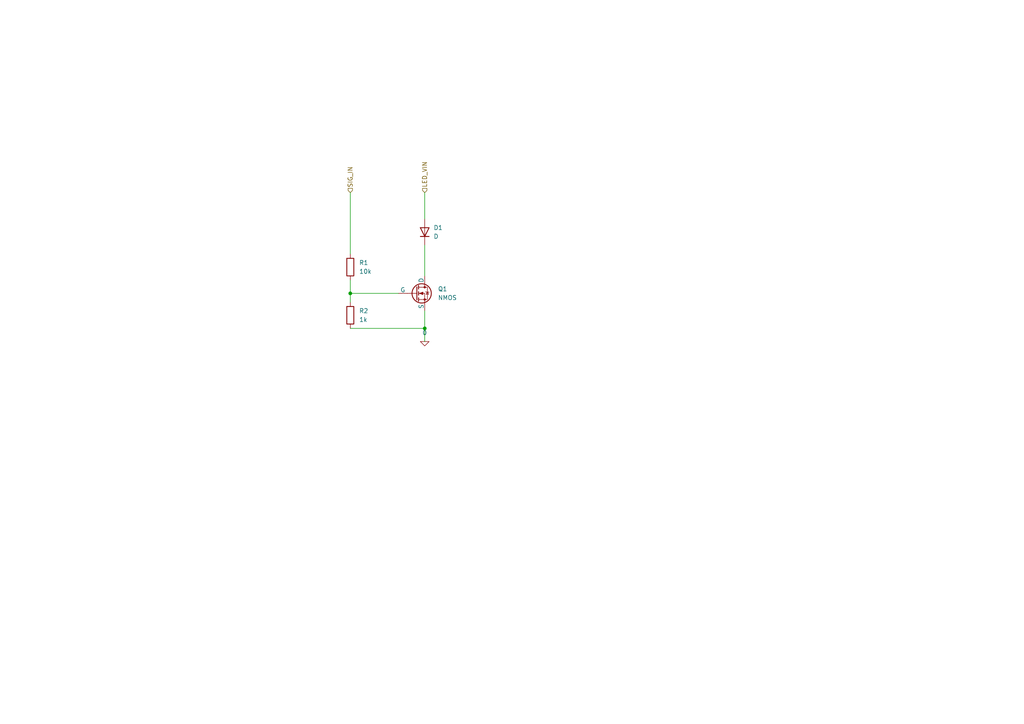
<source format=kicad_sch>
(kicad_sch (version 20230121) (generator eeschema)
  (paper "A4")
  (lib_symbols
    (symbol "Device:R" (pin_numbers hide) (pin_names (offset 0))
      (property "Reference" "R" (at 2.032 0 90))
      (property "Value" "R" (at 0 0 90))
      (symbol "R_0_1"
        (rectangle (start -1.016 -2.54) (end 1.016 2.54) (stroke (width 0.254)))
      )
      (symbol "R_1_1"
        (pin passive line (at 0 3.81 270) (length 1.27) (name "~") (number "1"))
        (pin passive line (at 0 -3.81 90) (length 1.27) (name "~") (number "2"))
      )
    )
    (symbol "Simulation_SPICE:0" (power) (pin_names (offset 0))
      (property "Value" "0" (at 0 -1.778 0))
      (symbol "0_0_1"
        (polyline (pts (xy -1.27 0) (xy 0 -1.27) (xy 1.27 0) (xy -1.27 0)))
      )
      (symbol "0_1_1"
        (pin power_in line (at 0 0 0) (length 0) hide (name "0") (number "1"))
      )
    )
    (symbol "Simulation_SPICE:D" (pin_numbers hide) (pin_names (offset 1.016) hide)
      (property "Reference" "D" (at 0 2.54 0))
      (property "Value" "D" (at 0 -2.54 0))
      (property "Sim.Device" "D" (at 0 0 0))
      (property "Sim.Pins" "1=K 2=A" (at 0 0 0))
      (symbol "D_0_1"
        (polyline (pts (xy -1.27 1.27) (xy -1.27 -1.27)) (stroke (width 0.254)))
        (polyline (pts (xy 1.27 0) (xy -1.27 0)))
        (polyline (pts (xy 1.27 1.27) (xy 1.27 -1.27) (xy -1.27 0) (xy 1.27 1.27)) (stroke (width 0.254)))
      )
      (symbol "D_1_1"
        (pin passive line (at -3.81 0 0) (length 2.54) (name "K") (number "1"))
        (pin passive line (at 3.81 0 180) (length 2.54) (name "A") (number "2"))
      )
    )
    (symbol "Simulation_SPICE:NMOS" (pin_numbers hide) (pin_names (offset 0))
      (property "Reference" "Q" (at 5.08 1.27 0))
      (property "Value" "NMOS" (at 5.08 -1.27 0))
      (symbol "NMOS_0_1"
        (polyline (pts (xy 0.254 0) (xy -2.54 0)))
        (polyline (pts (xy 0.254 1.905) (xy 0.254 -1.905)) (stroke (width 0.254)))
        (polyline (pts (xy 0.762 -1.27) (xy 0.762 -2.286)) (stroke (width 0.254)))
        (polyline (pts (xy 0.762 0.508) (xy 0.762 -0.508)) (stroke (width 0.254)))
        (polyline (pts (xy 0.762 2.286) (xy 0.762 1.27)) (stroke (width 0.254)))
        (polyline (pts (xy 2.54 2.54) (xy 2.54 1.778)))
        (polyline (pts (xy 2.54 -2.54) (xy 2.54 0) (xy 0.762 0)))
        (polyline (pts (xy 0.762 -1.778) (xy 3.302 -1.778) (xy 3.302 1.778) (xy 0.762 1.778)))
        (polyline (pts (xy 1.016 0) (xy 2.032 0.381) (xy 2.032 -0.381) (xy 1.016 0)) (fill (type outline)))
        (polyline (pts (xy 2.794 0.508) (xy 2.921 0.381) (xy 3.683 0.381) (xy 3.81 0.254)))
        (polyline (pts (xy 3.302 0.381) (xy 2.921 -0.254) (xy 3.683 -0.254) (xy 3.302 0.381)))
        (circle (center 1.651 0) (radius 2.794) (stroke (width 0.254)))
        (circle (center 2.54 -1.778) (radius 0.254) (fill (type outline)))
        (circle (center 2.54 1.778) (radius 0.254) (fill (type outline)))
      )
      (symbol "NMOS_1_1"
        (pin passive line (at 2.54 5.08 270) (length 2.54) (name "D") (number "1"))
        (pin input line (at -5.08 0 0) (length 2.54) (name "G") (number "2"))
        (pin passive line (at 2.54 -5.08 90) (length 2.54) (name "S") (number "3"))
      )
    )
  )
  (junction (at 123.19 95.25))
  (junction (at 101.6 85.09))
  (wire (pts (xy 101.6 85.09) (xy 101.6 87.63)))
  (wire (pts (xy 123.19 90.17) (xy 123.19 95.25)))
  (wire (pts (xy 123.19 95.25) (xy 123.19 99.06)))
  (wire (pts (xy 101.6 81.28) (xy 101.6 85.09)))
  (wire (pts (xy 123.19 71.12) (xy 123.19 80.01)))
  (wire (pts (xy 101.6 55.88) (xy 101.6 73.66)))
  (wire (pts (xy 123.19 55.88) (xy 123.19 63.5)))
  (wire (pts (xy 101.6 85.09) (xy 115.57 85.09)))
  (wire (pts (xy 101.6 95.25) (xy 123.19 95.25)))
  (hierarchical_label "SIG_IN" (shape input) (at 101.6 55.88 90))
  (hierarchical_label "LED_VIN" (shape input) (at 123.19 55.88 90))
  (symbol (lib_id "Simulation_SPICE:0") (at 123.19 99.06 0) (unit 1)
    (property "Reference" "#GND02" (effects hide))
    (property "Value" "0" (at 123.19 96.52 0))
  )
  (symbol (lib_id "Device:R") (at 101.6 91.44 0) (unit 1)
    (property "Reference" "R2" (at 104.14 90.17 0) (effects (justify left)))
    (property "Value" "1k" (at 104.14 92.71 0) (effects (justify left)))
  )
  (symbol (lib_id "Simulation_SPICE:NMOS") (at 120.65 85.09 0) (unit 1)
    (property "Reference" "Q1" (at 127 83.82 0) (effects (justify left)))
    (property "Value" "NMOS" (at 127 86.36 0) (effects (justify left)))
    (property "Datasheet" "https://ngspice.sourceforge.io/docs/ngspice-manual.pdf" (effects hide))
    (property "Sim.Device" "NMOS" (effects hide))
    (property "Sim.Type" "VDMOS" (effects hide))
    (property "Sim.Pins" "1=D 2=G 3=S" (effects hide))
  )
  (symbol (lib_id "Simulation_SPICE:D") (at 123.19 67.31 90) (unit 1)
    (property "Reference" "D1" (at 125.73 66.04 90) (effects (justify right)))
    (property "Value" "D" (at 125.73 68.58 90) (effects (justify right)))
    (property "Sim.Device" "D" (effects hide))
    (property "Sim.Pins" "1=K 2=A" (effects hide))
  )
  (symbol (lib_id "Device:R") (at 101.6 77.47 0) (unit 1)
    (property "Reference" "R1" (at 104.14 76.2 0) (effects (justify left)))
    (property "Value" "10k" (at 104.14 78.74 0) (effects (justify left)))
  )
)
</source>
